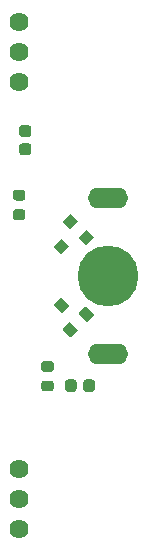
<source format=gbr>
%TF.GenerationSoftware,KiCad,Pcbnew,5.1.9-73d0e3b20d~88~ubuntu20.04.1*%
%TF.CreationDate,2021-04-02T20:19:58-07:00*%
%TF.ProjectId,encoder,656e636f-6465-4722-9e6b-696361645f70,rev?*%
%TF.SameCoordinates,Original*%
%TF.FileFunction,Soldermask,Top*%
%TF.FilePolarity,Negative*%
%FSLAX46Y46*%
G04 Gerber Fmt 4.6, Leading zero omitted, Abs format (unit mm)*
G04 Created by KiCad (PCBNEW 5.1.9-73d0e3b20d~88~ubuntu20.04.1) date 2021-04-02 20:19:58*
%MOMM*%
%LPD*%
G01*
G04 APERTURE LIST*
%ADD10C,5.150000*%
%ADD11O,3.400000X1.750000*%
%ADD12C,1.620000*%
G04 APERTURE END LIST*
%TO.C,C2*%
G36*
G01*
X97925000Y-109571200D02*
X97925000Y-109021200D01*
G75*
G02*
X98175000Y-108771200I250000J0D01*
G01*
X98675000Y-108771200D01*
G75*
G02*
X98925000Y-109021200I0J-250000D01*
G01*
X98925000Y-109571200D01*
G75*
G02*
X98675000Y-109821200I-250000J0D01*
G01*
X98175000Y-109821200D01*
G75*
G02*
X97925000Y-109571200I0J250000D01*
G01*
G37*
G36*
G01*
X96375000Y-109571200D02*
X96375000Y-109021200D01*
G75*
G02*
X96625000Y-108771200I250000J0D01*
G01*
X97125000Y-108771200D01*
G75*
G02*
X97375000Y-109021200I0J-250000D01*
G01*
X97375000Y-109571200D01*
G75*
G02*
X97125000Y-109821200I-250000J0D01*
G01*
X96625000Y-109821200D01*
G75*
G02*
X96375000Y-109571200I0J250000D01*
G01*
G37*
%TD*%
%TO.C,C1*%
G36*
G01*
X93289800Y-88244000D02*
X92739800Y-88244000D01*
G75*
G02*
X92489800Y-87994000I0J250000D01*
G01*
X92489800Y-87494000D01*
G75*
G02*
X92739800Y-87244000I250000J0D01*
G01*
X93289800Y-87244000D01*
G75*
G02*
X93539800Y-87494000I0J-250000D01*
G01*
X93539800Y-87994000D01*
G75*
G02*
X93289800Y-88244000I-250000J0D01*
G01*
G37*
G36*
G01*
X93289800Y-89794000D02*
X92739800Y-89794000D01*
G75*
G02*
X92489800Y-89544000I0J250000D01*
G01*
X92489800Y-89044000D01*
G75*
G02*
X92739800Y-88794000I250000J0D01*
G01*
X93289800Y-88794000D01*
G75*
G02*
X93539800Y-89044000I0J-250000D01*
G01*
X93539800Y-89544000D01*
G75*
G02*
X93289800Y-89794000I-250000J0D01*
G01*
G37*
%TD*%
D10*
%TO.C,CN1*%
X100000000Y-100000000D03*
D11*
X100000000Y-106625200D03*
X100000000Y-93375200D03*
D12*
X92519900Y-116380000D03*
X92519900Y-118920000D03*
X92519900Y-121460000D03*
X92519900Y-78540000D03*
X92519900Y-81080000D03*
X92519900Y-83620000D03*
%TD*%
%TO.C,R2*%
G36*
G01*
X92200000Y-94375000D02*
X92800000Y-94375000D01*
G75*
G02*
X93025000Y-94600000I0J-225000D01*
G01*
X93025000Y-95050000D01*
G75*
G02*
X92800000Y-95275000I-225000J0D01*
G01*
X92200000Y-95275000D01*
G75*
G02*
X91975000Y-95050000I0J225000D01*
G01*
X91975000Y-94600000D01*
G75*
G02*
X92200000Y-94375000I225000J0D01*
G01*
G37*
G36*
G01*
X92200000Y-92725000D02*
X92800000Y-92725000D01*
G75*
G02*
X93025000Y-92950000I0J-225000D01*
G01*
X93025000Y-93400000D01*
G75*
G02*
X92800000Y-93625000I-225000J0D01*
G01*
X92200000Y-93625000D01*
G75*
G02*
X91975000Y-93400000I0J225000D01*
G01*
X91975000Y-92950000D01*
G75*
G02*
X92200000Y-92725000I225000J0D01*
G01*
G37*
%TD*%
%TO.C,R1*%
G36*
G01*
X94600000Y-108875000D02*
X95200000Y-108875000D01*
G75*
G02*
X95425000Y-109100000I0J-225000D01*
G01*
X95425000Y-109550000D01*
G75*
G02*
X95200000Y-109775000I-225000J0D01*
G01*
X94600000Y-109775000D01*
G75*
G02*
X94375000Y-109550000I0J225000D01*
G01*
X94375000Y-109100000D01*
G75*
G02*
X94600000Y-108875000I225000J0D01*
G01*
G37*
G36*
G01*
X94600000Y-107225000D02*
X95200000Y-107225000D01*
G75*
G02*
X95425000Y-107450000I0J-225000D01*
G01*
X95425000Y-107900000D01*
G75*
G02*
X95200000Y-108125000I-225000J0D01*
G01*
X94600000Y-108125000D01*
G75*
G02*
X94375000Y-107900000I0J225000D01*
G01*
X94375000Y-107450000D01*
G75*
G02*
X94600000Y-107225000I225000J0D01*
G01*
G37*
%TD*%
%TO.C,Q2*%
G36*
G01*
X96729289Y-102563603D02*
X96163603Y-103129289D01*
G75*
G02*
X96092893Y-103129289I-35355J35355D01*
G01*
X95456497Y-102492893D01*
G75*
G02*
X95456497Y-102422183I35355J35355D01*
G01*
X96022183Y-101856497D01*
G75*
G02*
X96092893Y-101856497I35355J-35355D01*
G01*
X96729289Y-102492893D01*
G75*
G02*
X96729289Y-102563603I-35355J-35355D01*
G01*
G37*
G36*
G01*
X98815254Y-103306065D02*
X98249568Y-103871751D01*
G75*
G02*
X98178858Y-103871751I-35355J35355D01*
G01*
X97542462Y-103235355D01*
G75*
G02*
X97542462Y-103164645I35355J35355D01*
G01*
X98108148Y-102598959D01*
G75*
G02*
X98178858Y-102598959I35355J-35355D01*
G01*
X98815254Y-103235355D01*
G75*
G02*
X98815254Y-103306065I-35355J-35355D01*
G01*
G37*
G36*
G01*
X97471751Y-104649568D02*
X96906065Y-105215254D01*
G75*
G02*
X96835355Y-105215254I-35355J35355D01*
G01*
X96198959Y-104578858D01*
G75*
G02*
X96198959Y-104508148I35355J35355D01*
G01*
X96764645Y-103942462D01*
G75*
G02*
X96835355Y-103942462I35355J-35355D01*
G01*
X97471751Y-104578858D01*
G75*
G02*
X97471751Y-104649568I-35355J-35355D01*
G01*
G37*
%TD*%
%TO.C,Q1*%
G36*
G01*
X96163603Y-96870711D02*
X96729289Y-97436397D01*
G75*
G02*
X96729289Y-97507107I-35355J-35355D01*
G01*
X96092893Y-98143503D01*
G75*
G02*
X96022183Y-98143503I-35355J35355D01*
G01*
X95456497Y-97577817D01*
G75*
G02*
X95456497Y-97507107I35355J35355D01*
G01*
X96092893Y-96870711D01*
G75*
G02*
X96163603Y-96870711I35355J-35355D01*
G01*
G37*
G36*
G01*
X96906065Y-94784746D02*
X97471751Y-95350432D01*
G75*
G02*
X97471751Y-95421142I-35355J-35355D01*
G01*
X96835355Y-96057538D01*
G75*
G02*
X96764645Y-96057538I-35355J35355D01*
G01*
X96198959Y-95491852D01*
G75*
G02*
X96198959Y-95421142I35355J35355D01*
G01*
X96835355Y-94784746D01*
G75*
G02*
X96906065Y-94784746I35355J-35355D01*
G01*
G37*
G36*
G01*
X98249568Y-96128249D02*
X98815254Y-96693935D01*
G75*
G02*
X98815254Y-96764645I-35355J-35355D01*
G01*
X98178858Y-97401041D01*
G75*
G02*
X98108148Y-97401041I-35355J35355D01*
G01*
X97542462Y-96835355D01*
G75*
G02*
X97542462Y-96764645I35355J35355D01*
G01*
X98178858Y-96128249D01*
G75*
G02*
X98249568Y-96128249I35355J-35355D01*
G01*
G37*
%TD*%
M02*

</source>
